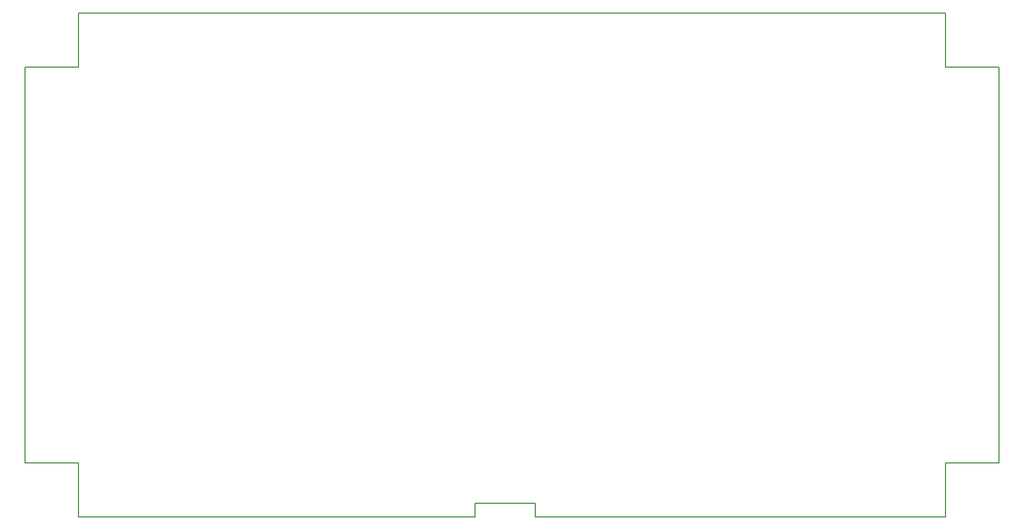
<source format=gm1>
G04 #@! TF.FileFunction,Profile,NP*
%FSLAX46Y46*%
G04 Gerber Fmt 4.6, Leading zero omitted, Abs format (unit mm)*
G04 Created by KiCad (PCBNEW 4.0.6) date 03/07/19 03:04:05*
%MOMM*%
%LPD*%
G01*
G04 APERTURE LIST*
%ADD10C,0.100000*%
%ADD11C,0.150000*%
G04 APERTURE END LIST*
D10*
D11*
X137600000Y-131400000D02*
X137600000Y-133400000D01*
X146600000Y-133400000D02*
X207600000Y-133400000D01*
X146600000Y-131400000D02*
X146600000Y-133400000D01*
X137600000Y-131400000D02*
X146600000Y-131400000D01*
X78600000Y-133400000D02*
X137600000Y-133400000D01*
X78600000Y-66400000D02*
X78600000Y-58400000D01*
X70600000Y-66400000D02*
X78600000Y-66400000D01*
X70600000Y-125400000D02*
X70600000Y-66400000D01*
X78600000Y-125400000D02*
X70600000Y-125400000D01*
X78600000Y-133400000D02*
X78600000Y-125400000D01*
X207600000Y-125400000D02*
X207600000Y-133400000D01*
X215600000Y-125400000D02*
X207600000Y-125400000D01*
X215600000Y-66400000D02*
X215600000Y-125400000D01*
X207600000Y-66400000D02*
X215600000Y-66400000D01*
X207600000Y-58400000D02*
X207600000Y-66400000D01*
X78600000Y-58400000D02*
X207600000Y-58400000D01*
M02*

</source>
